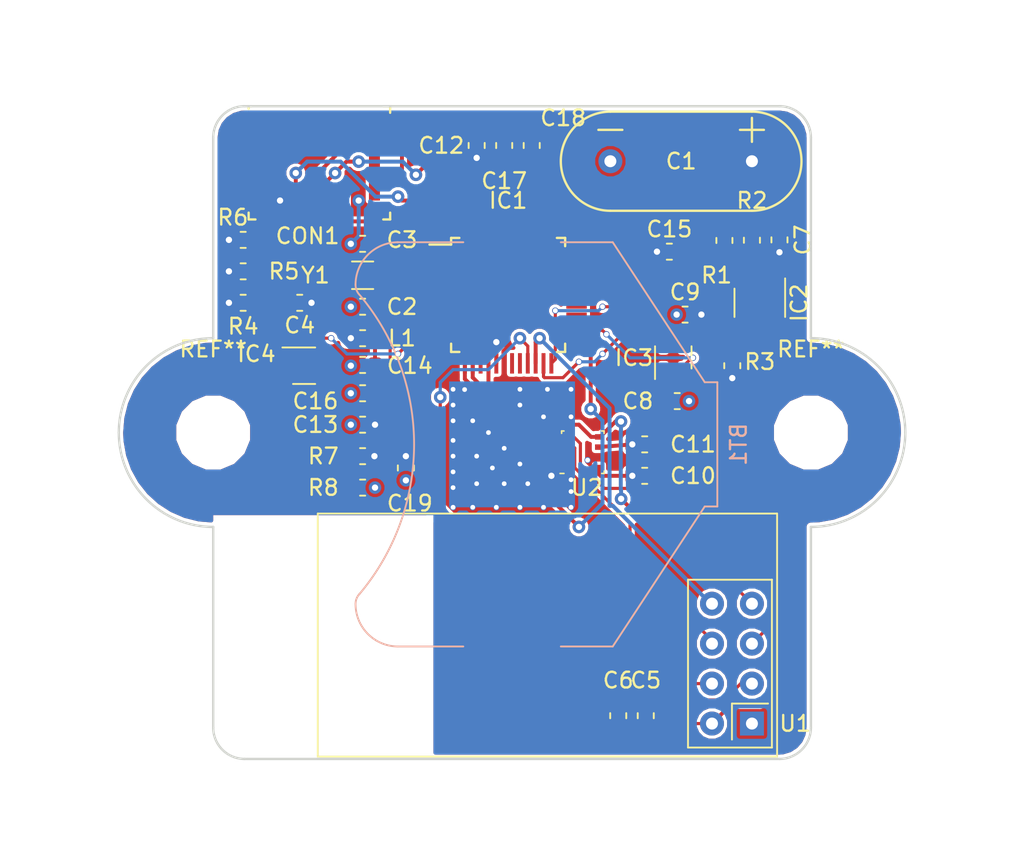
<source format=kicad_pcb>
(kicad_pcb (version 20171130) (host pcbnew "(5.0.0)")
  (layers (0 F.Cu signal) (31 B.Cu signal) (34 B.Paste user) (35 F.Paste user) (36 B.SilkS user) (37 F.SilkS user) (38 B.Mask user) (39 F.Mask user) (44 Edge.Cuts user))
  (net 0 "")
  (net 1 VCC)
  (net 2 GND)
  (net 3 "Net-(C4-Pad2)")
  (net 4 /NRF_VCC)
  (net 5 /VDDANA)
  (net 6 /VDDCORE)
  (net 7 "Net-(C3-Pad1)")
  (net 8 "Net-(C2-Pad1)")
  (net 9 "Net-(IC1-Pad3)")
  (net 10 "Net-(IC1-Pad4)")
  (net 11 "Net-(IC1-Pad7)")
  (net 12 "Net-(IC1-Pad8)")
  (net 13 "Net-(IC1-Pad9)")
  (net 14 "Net-(IC1-Pad10)")
  (net 15 /BME280_SDI)
  (net 16 /BME280_SCK)
  (net 17 /BME280_SDO)
  (net 18 "Net-(IC1-Pad19)")
  (net 19 "Net-(IC1-Pad20)")
  (net 20 /NRF_CE)
  (net 21 /NRF_IRQ)
  (net 22 /SIG_WAKE)
  (net 23 /SIG_DONE)
  (net 24 /BME280_SS)
  (net 25 "Net-(IC1-Pad27)")
  (net 26 "Net-(IC1-Pad28)")
  (net 27 "Net-(IC1-Pad29)")
  (net 28 "Net-(IC1-Pad30)")
  (net 29 "Net-(IC1-Pad31)")
  (net 30 "Net-(IC1-Pad32)")
  (net 31 "Net-(IC1-Pad33)")
  (net 32 "Net-(IC1-Pad34)")
  (net 33 "Net-(IC1-Pad37)")
  (net 34 "Net-(IC1-Pad38)")
  (net 35 "Net-(IC1-Pad39)")
  (net 36 "Net-(IC1-Pad41)")
  (net 37 /SWCLK)
  (net 38 /SWDIO)
  (net 39 "Net-(IC1-Pad48)")
  (net 40 /RESET_BTN)
  (net 41 "Net-(IC2-Pad6)")
  (net 42 /NRF_VCC_EN)
  (net 43 "Net-(IC3-Pad6)")
  (net 44 /NRF_CS)
  (net 45 /MCU_RESET)
  (net 46 /UART_TX)
  (net 47 /VBAT_ADC_EN)
  (net 48 /VBAT_ADC)
  (net 49 "Net-(IC4-Pad4)")
  (net 50 "Net-(IC4-Pad6)")
  (module athir:MountingHole_4.3mm_M4---PASTY (layer F.Cu) (at 55.75 147.5)
    (fp_text reference REF** (at 0 -5.3) (layer F.SilkS))
    (fp_text value MountingHole_4.3mm_M4---PASTY)
    (pad "" np_thru_hole circle (at 0 0) (size 4.3 4.3) (drill 4.3) (layers *.Cu *.Mask F.Paste))
  )
  (module athir:MountingHole_4.3mm_M4---PASTY (layer F.Cu) (at 93.75 147.5)
    (fp_text reference REF** (at 0 -5.3) (layer F.SilkS))
    (fp_text value MountingHole_4.3mm_M4---PASTY)
    (pad "" np_thru_hole circle (at 0 0) (size 4.3 4.3) (drill 4.3) (layers *.Cu *.Mask F.Paste))
  )
  (module Capacitor_SMD:C_0603_1608Metric (layer F.Cu) (at 68 149.75 270)
    (fp_text reference C19 (at 2.25 -0.25) (layer F.SilkS))
    (fp_text value 100nF)
    (pad 2 smd roundrect (at 0.7875 0 270) (size 0.875 0.95) (layers F.Cu F.Paste F.Mask) (net 2 GND))
    (pad 1 smd roundrect (at -0.7875 0 270) (size 0.875 0.95) (layers F.Cu F.Paste F.Mask) (net 1 VCC))
  )
  (module Capacitor_SMD:C_0603_1608Metric (layer F.Cu) (at 61.25 139.25 180)
    (fp_text reference C4 (at 0 -1.43 180) (layer F.SilkS))
    (fp_text value 100nF)
    (pad 1 smd roundrect (at -0.7875 0 180) (size 0.875 0.95) (layers F.Cu F.Paste F.Mask) (net 1 VCC))
    (pad 2 smd roundrect (at 0.7875 0 180) (size 0.875 0.95) (layers F.Cu F.Paste F.Mask) (net 3 "Net-(C4-Pad2)"))
  )
  (module athir:SC-70-6 (layer F.Cu) (at 61.5 143.25)
    (fp_text reference IC4 (at -3 -0.75) (layer F.SilkS))
    (fp_text value SIP32431)
    (pad 1 smd rect (at -0.9 -0.625 270) (size 0.3 1) (layers F.Cu F.Paste F.Mask) (net 48 /VBAT_ADC))
    (pad 2 smd rect (at -0.9 0 270) (size 0.3 1) (layers F.Cu F.Paste F.Mask) (net 3 "Net-(C4-Pad2)"))
    (pad 3 smd rect (at -0.9 0.625 270) (size 0.3 1) (layers F.Cu F.Paste F.Mask) (net 47 /VBAT_ADC_EN))
    (pad 4 smd rect (at 0.9 0.625 270) (size 0.3 1) (layers F.Cu F.Paste F.Mask) (net 49 "Net-(IC4-Pad4)"))
    (pad 5 smd rect (at 0.9 0 270) (size 0.3 1) (layers F.Cu F.Paste F.Mask) (net 2 GND))
    (pad 6 smd rect (at 0.9 -0.625 270) (size 0.3 1) (layers F.Cu F.Paste F.Mask) (net 50 "Net-(IC4-Pad6)"))
  )
  (module Resistor_SMD:R_0603_1608Metric (layer F.Cu) (at 65.25 151 180)
    (fp_text reference R8 (at 2.5 0 180) (layer F.SilkS))
    (fp_text value 1M)
    (pad 2 smd roundrect (at 0.7875 0 180) (size 0.875 0.95) (layers F.Cu F.Paste F.Mask) (net 47 /VBAT_ADC_EN))
    (pad 1 smd roundrect (at -0.7875 0 180) (size 0.875 0.95) (layers F.Cu F.Paste F.Mask) (net 2 GND))
  )
  (module Resistor_SMD:R_0603_1608Metric (layer F.Cu) (at 65.25 149 180)
    (fp_text reference R7 (at 2.5 0 180) (layer F.SilkS))
    (fp_text value 100k)
    (pad 1 smd roundrect (at -0.7875 0 180) (size 0.875 0.95) (layers F.Cu F.Paste F.Mask) (net 1 VCC))
    (pad 2 smd roundrect (at 0.7875 0 180) (size 0.875 0.95) (layers F.Cu F.Paste F.Mask) (net 49 "Net-(IC4-Pad4)"))
  )
  (module Battery:BatteryHolder_Keystone_3008_1x2450 (layer B.Cu) (at 74.75 148.25 90)
    (fp_text reference BT1 (at 0 14.4 90) (layer B.SilkS) (effects (justify mirror)))
    (fp_text value "Coin Cell")
    (pad 1 smd rect (at -15.3 0 90) (size 6 5.5) (layers B.Cu B.Paste B.Mask) (net 1 VCC))
    (pad 1 smd rect (at 15.3 0 90) (size 6 5.5) (layers B.Cu B.Paste B.Mask) (net 1 VCC))
    (pad 2 smd rect (at 0 0 90) (size 8 8) (layers B.Cu B.Mask) (net 2 GND))
  )
  (module FPC_conn:HFW6R_2STE1LF (layer F.Cu) (at 62.5 132.25)
    (fp_text reference CON1 (at -0.75 2.75) (layer F.SilkS))
    (fp_text value FPC_6POS)
    (pad "" smd rect (at 3.5 -1.6) (size 0.7 4.2) (layers F.Cu F.Paste F.Mask))
    (pad 6 smd rect (at 2.5 0.5) (size 0.6 2) (layers F.Cu F.Paste F.Mask) (net 2 GND))
    (pad 5 smd rect (at 1.5 0.5) (size 0.6 2) (layers F.Cu F.Paste F.Mask) (net 46 /UART_TX))
    (pad 4 smd rect (at 0.5 0.5) (size 0.6 2) (layers F.Cu F.Paste F.Mask) (net 45 /MCU_RESET))
    (pad 3 smd rect (at -0.5 0.5) (size 0.6 2) (layers F.Cu F.Paste F.Mask) (net 37 /SWCLK))
    (pad 2 smd rect (at -1.5 0.5) (size 0.6 2) (layers F.Cu F.Paste F.Mask) (net 38 /SWDIO))
    (pad 1 smd rect (at -2.5 0.5) (size 0.6 2) (layers F.Cu F.Paste F.Mask) (net 1 VCC))
    (pad "" smd rect (at -3.5 -1.6) (size 0.7 4.2) (layers F.Cu F.Paste F.Mask))
  )
  (module Capacitor_SMD:C_0603_1608Metric (layer F.Cu) (at 76 129.25 270)
    (fp_text reference C18 (at -1.75 -2) (layer F.SilkS))
    (fp_text value 100nF)
    (pad 1 smd roundrect (at -0.7875 0 270) (size 0.875 0.95) (layers F.Cu F.Paste F.Mask) (net 2 GND))
    (pad 2 smd roundrect (at 0.7875 0 270) (size 0.875 0.95) (layers F.Cu F.Paste F.Mask) (net 45 /MCU_RESET))
  )
  (module Resistor_SMD:R_0603_1608Metric (layer F.Cu) (at 57.655001 139.25)
    (fp_text reference R4 (at 0 1.5) (layer F.SilkS))
    (fp_text value 100k)
    (pad 1 smd roundrect (at -0.7875 0) (size 0.875 0.95) (layers F.Cu F.Paste F.Mask) (net 1 VCC))
    (pad 2 smd roundrect (at 0.7875 0) (size 0.875 0.95) (layers F.Cu F.Paste F.Mask) (net 45 /MCU_RESET))
  )
  (module Resistor_SMD:R_0603_1608Metric (layer F.Cu) (at 57.655001 137.25)
    (fp_text reference R5 (at 2.594999 0) (layer F.SilkS))
    (fp_text value 100k)
    (pad 2 smd roundrect (at 0.7875 0) (size 0.875 0.95) (layers F.Cu F.Paste F.Mask) (net 37 /SWCLK))
    (pad 1 smd roundrect (at -0.7875 0) (size 0.875 0.95) (layers F.Cu F.Paste F.Mask) (net 1 VCC))
  )
  (module Resistor_SMD:R_0603_1608Metric (layer F.Cu) (at 57.655001 135.25)
    (fp_text reference R6 (at -0.655001 -1.43) (layer F.SilkS))
    (fp_text value 100k)
    (pad 1 smd roundrect (at -0.7875 0) (size 0.875 0.95) (layers F.Cu F.Paste F.Mask) (net 1 VCC))
    (pad 2 smd roundrect (at 0.7875 0) (size 0.875 0.95) (layers F.Cu F.Paste F.Mask) (net 38 /SWDIO))
  )
  (module Capacitor_SMD:C_0603_1608Metric (layer F.Cu) (at 65.25 141.5)
    (fp_text reference L1 (at 2.5 0) (layer F.SilkS))
    (fp_text value SMD-FERRITE-CHIP-120-OHM-500MA_0603_)
    (pad 1 smd roundrect (at -0.7875 0) (size 0.875 0.95) (layers F.Cu F.Paste F.Mask) (net 1 VCC))
    (pad 2 smd roundrect (at 0.7875 0) (size 0.875 0.95) (layers F.Cu F.Paste F.Mask) (net 5 /VDDANA))
  )
  (module Capacitor_SMD:C_0603_1608Metric (layer F.Cu) (at 65.25 135.5 180)
    (fp_text reference C3 (at -2.5 0.25 180) (layer F.SilkS))
    (fp_text value 15pF)
    (pad 2 smd roundrect (at 0.7875 0 180) (size 0.875 0.95) (layers F.Cu F.Paste F.Mask) (net 2 GND))
    (pad 1 smd roundrect (at -0.7875 0 180) (size 0.875 0.95) (layers F.Cu F.Paste F.Mask) (net 7 "Net-(C3-Pad1)"))
  )
  (module Capacitor_SMD:C_0603_1608Metric (layer F.Cu) (at 65.25 139.5 180)
    (fp_text reference C2 (at -2.5 0 180) (layer F.SilkS))
    (fp_text value 15pF)
    (pad 1 smd roundrect (at -0.7875 0 180) (size 0.875 0.95) (layers F.Cu F.Paste F.Mask) (net 8 "Net-(C2-Pad1)"))
    (pad 2 smd roundrect (at 0.7875 0 180) (size 0.875 0.95) (layers F.Cu F.Paste F.Mask) (net 2 GND))
  )
  (module Crystal:Crystal_SMD_3215-2Pin_3.2x1.5mm (layer F.Cu) (at 65.25 137.5 180)
    (fp_text reference Y1 (at 3 0 180) (layer F.SilkS))
    (fp_text value Crystal_Small)
    (pad 1 smd rect (at 1.25 0 180) (size 1 1.8) (layers F.Cu F.Paste F.Mask) (net 7 "Net-(C3-Pad1)"))
    (pad 2 smd rect (at -1.25 0 180) (size 1 1.8) (layers F.Cu F.Paste F.Mask) (net 8 "Net-(C2-Pad1)"))
  )
  (module athir:SC-70-6 (layer F.Cu) (at 85 142.75 90)
    (fp_text reference IC3 (at 0 -2.5 180) (layer F.SilkS))
    (fp_text value SIP32431)
    (pad 1 smd rect (at -0.9 -0.625) (size 0.3 1) (layers F.Cu F.Paste F.Mask) (net 4 /NRF_VCC))
    (pad 2 smd rect (at -0.9 0) (size 0.3 1) (layers F.Cu F.Paste F.Mask) (net 2 GND))
    (pad 3 smd rect (at -0.9 0.625) (size 0.3 1) (layers F.Cu F.Paste F.Mask) (net 42 /NRF_VCC_EN))
    (pad 4 smd rect (at 0.9 0.625) (size 0.3 1) (layers F.Cu F.Paste F.Mask) (net 1 VCC))
    (pad 5 smd rect (at 0.9 0) (size 0.3 1) (layers F.Cu F.Paste F.Mask) (net 2 GND))
    (pad 6 smd rect (at 0.9 -0.625) (size 0.3 1) (layers F.Cu F.Paste F.Mask) (net 43 "Net-(IC3-Pad6)"))
  )
  (module athir:SCMQ14C474PRBA0 (layer F.Cu) (at 85.5 130.25)
    (fp_text reference C1 (at 0 0) (layer F.SilkS))
    (fp_text value SuperCap)
    (fp_text user + (at 4.5 -2.15) (layer F.SilkS) (effects (font (size 2 2))))
    (fp_text user - (at -4.5 -2.15) (layer F.SilkS) (effects (font (size 2 2))))
    (pad 1 thru_hole circle (at 4.5 0) (size 1.524 1.524) (drill 0.762) (layers *.Cu *.Mask) (net 1 VCC))
    (pad 2 thru_hole circle (at -4.5 0) (size 1.524 1.524) (drill 0.762) (layers *.Cu *.Mask) (net 2 GND))
  )
  (module Capacitor_SMD:C_0603_1608Metric (layer F.Cu) (at 83.25 165.5 270)
    (fp_text reference C5 (at -2.25 0) (layer F.SilkS))
    (fp_text value 100uF)
    (pad 1 smd roundrect (at -0.7875 0 270) (size 0.875 0.95) (layers F.Cu F.Paste F.Mask) (net 4 /NRF_VCC))
    (pad 2 smd roundrect (at 0.7875 0 270) (size 0.875 0.95) (layers F.Cu F.Paste F.Mask) (net 2 GND))
  )
  (module Capacitor_SMD:C_0603_1608Metric (layer F.Cu) (at 81.5 165.5 270)
    (fp_text reference C6 (at -2.25 0) (layer F.SilkS))
    (fp_text value 100nF)
    (pad 1 smd roundrect (at -0.7875 0 270) (size 0.875 0.95) (layers F.Cu F.Paste F.Mask) (net 4 /NRF_VCC))
    (pad 2 smd roundrect (at 0.7875 0 270) (size 0.875 0.95) (layers F.Cu F.Paste F.Mask) (net 2 GND))
  )
  (module Capacitor_SMD:C_0603_1608Metric (layer F.Cu) (at 91.75 135.25 90)
    (fp_text reference C7 (at 0 1.5 90) (layer F.SilkS))
    (fp_text value 100nF)
    (pad 2 smd roundrect (at 0.7875 0 90) (size 0.875 0.95) (layers F.Cu F.Paste F.Mask) (net 2 GND))
    (pad 1 smd roundrect (at -0.7875 0 90) (size 0.875 0.95) (layers F.Cu F.Paste F.Mask) (net 1 VCC))
  )
  (module Capacitor_SMD:C_0603_1608Metric (layer F.Cu) (at 85.25 145.5)
    (fp_text reference C8 (at -2.5 0) (layer F.SilkS))
    (fp_text value 100nF)
    (pad 2 smd roundrect (at 0.7875 0) (size 0.875 0.95) (layers F.Cu F.Paste F.Mask) (net 2 GND))
    (pad 1 smd roundrect (at -0.7875 0) (size 0.875 0.95) (layers F.Cu F.Paste F.Mask) (net 4 /NRF_VCC))
  )
  (module Capacitor_SMD:C_0603_1608Metric (layer F.Cu) (at 85.75 140)
    (fp_text reference C9 (at 0 -1.43) (layer F.SilkS))
    (fp_text value 100nF)
    (pad 1 smd roundrect (at -0.7875 0) (size 0.875 0.95) (layers F.Cu F.Paste F.Mask) (net 2 GND))
    (pad 2 smd roundrect (at 0.7875 0) (size 0.875 0.95) (layers F.Cu F.Paste F.Mask) (net 1 VCC))
  )
  (module Capacitor_SMD:C_0603_1608Metric (layer F.Cu) (at 83.182144 150.25)
    (fp_text reference C10 (at 3.067856 0) (layer F.SilkS))
    (fp_text value 100nF)
    (pad 1 smd roundrect (at -0.7875 0) (size 0.875 0.95) (layers F.Cu F.Paste F.Mask) (net 1 VCC))
    (pad 2 smd roundrect (at 0.7875 0) (size 0.875 0.95) (layers F.Cu F.Paste F.Mask) (net 2 GND))
  )
  (module Capacitor_SMD:C_0603_1608Metric (layer F.Cu) (at 83.182144 148.25)
    (fp_text reference C11 (at 3.067856 0) (layer F.SilkS))
    (fp_text value 100nF)
    (pad 2 smd roundrect (at 0.7875 0) (size 0.875 0.95) (layers F.Cu F.Paste F.Mask) (net 2 GND))
    (pad 1 smd roundrect (at -0.7875 0) (size 0.875 0.95) (layers F.Cu F.Paste F.Mask) (net 1 VCC))
  )
  (module Capacitor_SMD:C_0603_1608Metric (layer F.Cu) (at 72.5 129.25 90)
    (fp_text reference C12 (at 0 -2.25 180) (layer F.SilkS))
    (fp_text value 10uF)
    (pad 2 smd roundrect (at 0.7875 0 90) (size 0.875 0.95) (layers F.Cu F.Paste F.Mask) (net 2 GND))
    (pad 1 smd roundrect (at -0.7875 0 90) (size 0.875 0.95) (layers F.Cu F.Paste F.Mask) (net 1 VCC))
  )
  (module Capacitor_SMD:C_0603_1608Metric (layer F.Cu) (at 65.25 147 180)
    (fp_text reference C13 (at 3 0 180) (layer F.SilkS))
    (fp_text value 100nF)
    (pad 1 smd roundrect (at -0.7875 0 180) (size 0.875 0.95) (layers F.Cu F.Paste F.Mask) (net 1 VCC))
    (pad 2 smd roundrect (at 0.7875 0 180) (size 0.875 0.95) (layers F.Cu F.Paste F.Mask) (net 2 GND))
  )
  (module Capacitor_SMD:C_0603_1608Metric (layer F.Cu) (at 65.25 143.200921 180)
    (fp_text reference C14 (at -3 -0.049079 180) (layer F.SilkS))
    (fp_text value 10uF)
    (pad 2 smd roundrect (at 0.7875 0 180) (size 0.875 0.95) (layers F.Cu F.Paste F.Mask) (net 2 GND))
    (pad 1 smd roundrect (at -0.7875 0 180) (size 0.875 0.95) (layers F.Cu F.Paste F.Mask) (net 5 /VDDANA))
  )
  (module Capacitor_SMD:C_0603_1608Metric (layer F.Cu) (at 84.75 136)
    (fp_text reference C15 (at 0 -1.43) (layer F.SilkS))
    (fp_text value 100nF)
    (pad 2 smd roundrect (at 0.7875 0) (size 0.875 0.95) (layers F.Cu F.Paste F.Mask) (net 2 GND))
    (pad 1 smd roundrect (at -0.7875 0) (size 0.875 0.95) (layers F.Cu F.Paste F.Mask) (net 1 VCC))
  )
  (module Capacitor_SMD:C_0603_1608Metric (layer F.Cu) (at 65.25 145 180)
    (fp_text reference C16 (at 3 -0.5 180) (layer F.SilkS))
    (fp_text value 100nF)
    (pad 1 smd roundrect (at -0.7875 0 180) (size 0.875 0.95) (layers F.Cu F.Paste F.Mask) (net 5 /VDDANA))
    (pad 2 smd roundrect (at 0.7875 0 180) (size 0.875 0.95) (layers F.Cu F.Paste F.Mask) (net 2 GND))
  )
  (module Capacitor_SMD:C_0603_1608Metric (layer F.Cu) (at 74.25 129.25 90)
    (fp_text reference C17 (at -2.25 0 180) (layer F.SilkS))
    (fp_text value 100nF)
    (pad 1 smd roundrect (at -0.7875 0 90) (size 0.875 0.95) (layers F.Cu F.Paste F.Mask) (net 6 /VDDCORE))
    (pad 2 smd roundrect (at 0.7875 0 90) (size 0.875 0.95) (layers F.Cu F.Paste F.Mask) (net 2 GND))
  )
  (module Package_QFP:TQFP-48_7x7mm_P0.5mm (layer F.Cu) (at 74.5 138.75)
    (fp_text reference IC1 (at 0 -6) (layer F.SilkS))
    (fp_text value ATSAMD21G18A-AU)
    (pad 1 smd rect (at -4.35 -2.75) (size 1.3 0.25) (layers F.Cu F.Paste F.Mask) (net 7 "Net-(C3-Pad1)"))
    (pad 2 smd rect (at -4.35 -2.25) (size 1.3 0.25) (layers F.Cu F.Paste F.Mask) (net 8 "Net-(C2-Pad1)"))
    (pad 3 smd rect (at -4.35 -1.75) (size 1.3 0.25) (layers F.Cu F.Paste F.Mask) (net 9 "Net-(IC1-Pad3)"))
    (pad 4 smd rect (at -4.35 -1.25) (size 1.3 0.25) (layers F.Cu F.Paste F.Mask) (net 10 "Net-(IC1-Pad4)"))
    (pad 5 smd rect (at -4.35 -0.75) (size 1.3 0.25) (layers F.Cu F.Paste F.Mask) (net 2 GND))
    (pad 6 smd rect (at -4.35 -0.25) (size 1.3 0.25) (layers F.Cu F.Paste F.Mask) (net 5 /VDDANA))
    (pad 7 smd rect (at -4.35 0.25) (size 1.3 0.25) (layers F.Cu F.Paste F.Mask) (net 11 "Net-(IC1-Pad7)"))
    (pad 8 smd rect (at -4.35 0.75) (size 1.3 0.25) (layers F.Cu F.Paste F.Mask) (net 12 "Net-(IC1-Pad8)"))
    (pad 9 smd rect (at -4.35 1.25) (size 1.3 0.25) (layers F.Cu F.Paste F.Mask) (net 13 "Net-(IC1-Pad9)"))
    (pad 10 smd rect (at -4.35 1.75) (size 1.3 0.25) (layers F.Cu F.Paste F.Mask) (net 14 "Net-(IC1-Pad10)"))
    (pad 11 smd rect (at -4.35 2.25) (size 1.3 0.25) (layers F.Cu F.Paste F.Mask) (net 47 /VBAT_ADC_EN))
    (pad 12 smd rect (at -4.35 2.75) (size 1.3 0.25) (layers F.Cu F.Paste F.Mask) (net 48 /VBAT_ADC))
    (pad 13 smd rect (at -2.75 4.35 90) (size 1.3 0.25) (layers F.Cu F.Paste F.Mask) (net 15 /BME280_SDI))
    (pad 14 smd rect (at -2.25 4.35 90) (size 1.3 0.25) (layers F.Cu F.Paste F.Mask) (net 16 /BME280_SCK))
    (pad 15 smd rect (at -1.75 4.35 90) (size 1.3 0.25) (layers F.Cu F.Paste F.Mask) (net 20 /NRF_CE))
    (pad 16 smd rect (at -1.25 4.35 90) (size 1.3 0.25) (layers F.Cu F.Paste F.Mask) (net 17 /BME280_SDO))
    (pad 17 smd rect (at -0.75 4.35 90) (size 1.3 0.25) (layers F.Cu F.Paste F.Mask) (net 1 VCC))
    (pad 18 smd rect (at -0.25 4.35 90) (size 1.3 0.25) (layers F.Cu F.Paste F.Mask) (net 2 GND))
    (pad 19 smd rect (at 0.25 4.35 90) (size 1.3 0.25) (layers F.Cu F.Paste F.Mask) (net 18 "Net-(IC1-Pad19)"))
    (pad 20 smd rect (at 0.75 4.35 90) (size 1.3 0.25) (layers F.Cu F.Paste F.Mask) (net 19 "Net-(IC1-Pad20)"))
    (pad 21 smd rect (at 1.25 4.35 90) (size 1.3 0.25) (layers F.Cu F.Paste F.Mask) (net 44 /NRF_CS))
    (pad 22 smd rect (at 1.75 4.35 90) (size 1.3 0.25) (layers F.Cu F.Paste F.Mask) (net 21 /NRF_IRQ))
    (pad 23 smd rect (at 2.25 4.35 90) (size 1.3 0.25) (layers F.Cu F.Paste F.Mask) (net 22 /SIG_WAKE))
    (pad 24 smd rect (at 2.75 4.35 90) (size 1.3 0.25) (layers F.Cu F.Paste F.Mask) (net 23 /SIG_DONE))
    (pad 25 smd rect (at 4.35 2.75) (size 1.3 0.25) (layers F.Cu F.Paste F.Mask) (net 24 /BME280_SS))
    (pad 26 smd rect (at 4.35 2.25) (size 1.3 0.25) (layers F.Cu F.Paste F.Mask) (net 42 /NRF_VCC_EN))
    (pad 27 smd rect (at 4.35 1.75) (size 1.3 0.25) (layers F.Cu F.Paste F.Mask) (net 25 "Net-(IC1-Pad27)"))
    (pad 28 smd rect (at 4.35 1.25) (size 1.3 0.25) (layers F.Cu F.Paste F.Mask) (net 26 "Net-(IC1-Pad28)"))
    (pad 29 smd rect (at 4.35 0.75) (size 1.3 0.25) (layers F.Cu F.Paste F.Mask) (net 27 "Net-(IC1-Pad29)"))
    (pad 30 smd rect (at 4.35 0.25) (size 1.3 0.25) (layers F.Cu F.Paste F.Mask) (net 28 "Net-(IC1-Pad30)"))
    (pad 31 smd rect (at 4.35 -0.25) (size 1.3 0.25) (layers F.Cu F.Paste F.Mask) (net 29 "Net-(IC1-Pad31)"))
    (pad 32 smd rect (at 4.35 -0.75) (size 1.3 0.25) (layers F.Cu F.Paste F.Mask) (net 30 "Net-(IC1-Pad32)"))
    (pad 33 smd rect (at 4.35 -1.25) (size 1.3 0.25) (layers F.Cu F.Paste F.Mask) (net 31 "Net-(IC1-Pad33)"))
    (pad 34 smd rect (at 4.35 -1.75) (size 1.3 0.25) (layers F.Cu F.Paste F.Mask) (net 32 "Net-(IC1-Pad34)"))
    (pad 35 smd rect (at 4.35 -2.25) (size 1.3 0.25) (layers F.Cu F.Paste F.Mask) (net 2 GND))
    (pad 36 smd rect (at 4.35 -2.75) (size 1.3 0.25) (layers F.Cu F.Paste F.Mask) (net 1 VCC))
    (pad 37 smd rect (at 2.75 -4.35 90) (size 1.3 0.25) (layers F.Cu F.Paste F.Mask) (net 33 "Net-(IC1-Pad37)"))
    (pad 38 smd rect (at 2.25 -4.35 90) (size 1.3 0.25) (layers F.Cu F.Paste F.Mask) (net 34 "Net-(IC1-Pad38)"))
    (pad 39 smd rect (at 1.75 -4.35 90) (size 1.3 0.25) (layers F.Cu F.Paste F.Mask) (net 35 "Net-(IC1-Pad39)"))
    (pad 40 smd rect (at 1.25 -4.35 90) (size 1.3 0.25) (layers F.Cu F.Paste F.Mask) (net 45 /MCU_RESET))
    (pad 41 smd rect (at 0.75 -4.35 90) (size 1.3 0.25) (layers F.Cu F.Paste F.Mask) (net 36 "Net-(IC1-Pad41)"))
    (pad 42 smd rect (at 0.25 -4.35 90) (size 1.3 0.25) (layers F.Cu F.Paste F.Mask) (net 2 GND))
    (pad 43 smd rect (at -0.25 -4.35 90) (size 1.3 0.25) (layers F.Cu F.Paste F.Mask) (net 6 /VDDCORE))
    (pad 44 smd rect (at -0.75 -4.35 90) (size 1.3 0.25) (layers F.Cu F.Paste F.Mask) (net 1 VCC))
    (pad 45 smd rect (at -1.25 -4.35 90) (size 1.3 0.25) (layers F.Cu F.Paste F.Mask) (net 37 /SWCLK))
    (pad 46 smd rect (at -1.75 -4.35 90) (size 1.3 0.25) (layers F.Cu F.Paste F.Mask) (net 38 /SWDIO))
    (pad 47 smd rect (at -2.25 -4.35 90) (size 1.3 0.25) (layers F.Cu F.Paste F.Mask) (net 46 /UART_TX))
    (pad 48 smd rect (at -2.75 -4.35 90) (size 1.3 0.25) (layers F.Cu F.Paste F.Mask) (net 39 "Net-(IC1-Pad48)"))
  )
  (module Package_TO_SOT_SMD:SOT-23-6 (layer F.Cu) (at 90.5 139.25 270)
    (fp_text reference IC2 (at 0 -2.5 270) (layer F.SilkS))
    (fp_text value TLP5010)
    (pad 1 smd rect (at -1.1 -0.95 270) (size 1.06 0.65) (layers F.Cu F.Paste F.Mask) (net 1 VCC))
    (pad 2 smd rect (at -1.1 0 270) (size 1.06 0.65) (layers F.Cu F.Paste F.Mask) (net 2 GND))
    (pad 3 smd rect (at -1.1 0.95 270) (size 1.06 0.65) (layers F.Cu F.Paste F.Mask) (net 40 /RESET_BTN))
    (pad 4 smd rect (at 1.1 0.95 270) (size 1.06 0.65) (layers F.Cu F.Paste F.Mask) (net 23 /SIG_DONE))
    (pad 6 smd rect (at 1.1 -0.95 270) (size 1.06 0.65) (layers F.Cu F.Paste F.Mask) (net 41 "Net-(IC2-Pad6)"))
    (pad 5 smd rect (at 1.1 0 270) (size 1.06 0.65) (layers F.Cu F.Paste F.Mask) (net 22 /SIG_WAKE))
  )
  (module Resistor_SMD:R_0603_1608Metric (layer F.Cu) (at 88.25 135.2875 90)
    (fp_text reference R1 (at -2.2125 -0.5 180) (layer F.SilkS))
    (fp_text value 54.9k)
    (pad 1 smd roundrect (at -0.7875 0 90) (size 0.875 0.95) (layers F.Cu F.Paste F.Mask) (net 40 /RESET_BTN))
    (pad 2 smd roundrect (at 0.7875 0 90) (size 0.875 0.95) (layers F.Cu F.Paste F.Mask) (net 2 GND))
  )
  (module Resistor_SMD:R_0603_1608Metric (layer F.Cu) (at 90 135.272857 90)
    (fp_text reference R2 (at 2.522857 0 180) (layer F.SilkS))
    (fp_text value 196k)
    (pad 2 smd roundrect (at 0.7875 0 90) (size 0.875 0.95) (layers F.Cu F.Paste F.Mask) (net 2 GND))
    (pad 1 smd roundrect (at -0.7875 0 90) (size 0.875 0.95) (layers F.Cu F.Paste F.Mask) (net 40 /RESET_BTN))
  )
  (module Resistor_SMD:R_0603_1608Metric (layer F.Cu) (at 88.75 143.25 90)
    (fp_text reference R3 (at 0.25 1.75 180) (layer F.SilkS))
    (fp_text value 100k)
    (pad 1 smd roundrect (at -0.7875 0 90) (size 0.875 0.95) (layers F.Cu F.Paste F.Mask) (net 1 VCC))
    (pad 2 smd roundrect (at 0.7875 0 90) (size 0.875 0.95) (layers F.Cu F.Paste F.Mask) (net 41 "Net-(IC2-Pad6)"))
  )
  (module RF_Module:nRF24L01_Breakout (layer F.Cu) (at 90 166 180)
    (fp_text reference U1 (at -2.75 0 180) (layer F.SilkS))
    (fp_text value NRF24L01_Breakout)
    (pad 1 thru_hole rect (at 0 0 180) (size 1.524 1.524) (drill 0.762) (layers *.Cu *.Mask) (net 2 GND))
    (pad 2 thru_hole circle (at 2.54 0 180) (size 1.524 1.524) (drill 0.762) (layers *.Cu *.Mask) (net 4 /NRF_VCC))
    (pad 3 thru_hole circle (at 0 2.54 180) (size 1.524 1.524) (drill 0.762) (layers *.Cu *.Mask) (net 20 /NRF_CE))
    (pad 4 thru_hole circle (at 2.54 2.54 180) (size 1.524 1.524) (drill 0.762) (layers *.Cu *.Mask) (net 44 /NRF_CS))
    (pad 5 thru_hole circle (at 0 5.08 180) (size 1.524 1.524) (drill 0.762) (layers *.Cu *.Mask) (net 16 /BME280_SCK))
    (pad 6 thru_hole circle (at 2.54 5.08 180) (size 1.524 1.524) (drill 0.762) (layers *.Cu *.Mask) (net 15 /BME280_SDI))
    (pad 7 thru_hole circle (at 0 7.62 180) (size 1.524 1.524) (drill 0.762) (layers *.Cu *.Mask) (net 17 /BME280_SDO))
    (pad 8 thru_hole circle (at 2.54 7.62 180) (size 1.524 1.524) (drill 0.762) (layers *.Cu *.Mask) (net 21 /NRF_IRQ))
  )
  (module Package_LGA:Bosch_LGA-8_2.5x2.5mm_P0.65mm_ClockwisePinNumbering (layer F.Cu) (at 79.25 148.75 90)
    (fp_text reference U2 (at -2.25 0.25 180) (layer F.SilkS))
    (fp_text value BME280)
    (pad 4 smd rect (at 0.975 -1.025 180) (size 0.5 0.35) (layers F.Cu F.Paste F.Mask) (net 16 /BME280_SCK))
    (pad 3 smd rect (at 0.325 -1.025 180) (size 0.5 0.35) (layers F.Cu F.Paste F.Mask) (net 15 /BME280_SDI))
    (pad 2 smd rect (at -0.325 -1.025 180) (size 0.5 0.35) (layers F.Cu F.Paste F.Mask) (net 24 /BME280_SS))
    (pad 1 smd rect (at -0.975 -1.025 180) (size 0.5 0.35) (layers F.Cu F.Paste F.Mask) (net 2 GND))
    (pad 8 smd rect (at -0.975 1.025 180) (size 0.5 0.35) (layers F.Cu F.Paste F.Mask) (net 1 VCC))
    (pad 7 smd rect (at -0.325 1.025 180) (size 0.5 0.35) (layers F.Cu F.Paste F.Mask) (net 2 GND))
    (pad 6 smd rect (at 0.325 1.025 180) (size 0.5 0.35) (layers F.Cu F.Paste F.Mask) (net 1 VCC))
    (pad 5 smd rect (at 0.975 1.025 180) (size 0.5 0.35) (layers F.Cu F.Paste F.Mask) (net 17 /BME280_SDO))
  )
  (gr_arc (start 91.75 166.25) (end 91.75 168.25) (angle -90) (layer Edge.Cuts) (width 0.15))
  (gr_arc (start 57.75 166.25) (end 55.75 166.25) (angle -90) (layer Edge.Cuts) (width 0.15))
  (gr_arc (start 57.75 128.75) (end 57.75 126.75) (angle -90) (layer Edge.Cuts) (width 0.15))
  (gr_arc (start 91.75 128.75) (end 93.75 128.75) (angle -90) (layer Edge.Cuts) (width 0.15))
  (gr_arc (start 55.75 147.5) (end 55.75 141.5) (angle -90) (layer Edge.Cuts) (width 0.15))
  (gr_arc (start 55.75 147.5) (end 49.75 147.5) (angle -90) (layer Edge.Cuts) (width 0.15))
  (gr_arc (start 93.75 147.5) (end 93.75 153.5) (angle -90) (layer Edge.Cuts) (width 0.15))
  (gr_arc (start 93.75 147.5) (end 99.75 147.5) (angle -90) (layer Edge.Cuts) (width 0.15))
  (gr_line (start 93.75 141.5) (end 93.75 128.75) (layer Edge.Cuts) (width 0.15))
  (gr_line (start 93.75 166.25) (end 93.75 153.5) (layer Edge.Cuts) (width 0.15))
  (gr_line (start 55.75 166.25) (end 55.75 153.5) (layer Edge.Cuts) (width 0.15))
  (gr_line (start 57.75 126.75) (end 91.75 126.75) (layer Edge.Cuts) (width 0.15))
  (gr_line (start 55.75 141.5) (end 55.75 128.75) (layer Edge.Cuts) (width 0.15))
  (gr_line (start 91.75 168.25) (end 57.75 168.25) (layer Edge.Cuts) (width 0.15))
  (via (at 68 150.5375) (size 0.8) (drill 0.4) (layers F.Cu B.Cu) (net 2))
  (via (at 62 139.25) (size 0.8) (drill 0.4) (layers F.Cu B.Cu) (net 1))
  (via (at 68 149) (size 0.8) (drill 0.4) (layers F.Cu B.Cu) (net 1))
  (via (at 66 149) (size 0.8) (drill 0.4) (layers F.Cu B.Cu) (net 1))
  (via (at 75.25 145.75) (size 0.4) (drill 0.3) (layers F.Cu B.Cu) (net 2))
  (via (at 76.75 146.5) (size 0.4) (drill 0.3) (layers F.Cu B.Cu) (net 2))
  (via (at 78.5 146.5) (size 0.4) (drill 0.3) (layers F.Cu B.Cu) (net 2))
  (via (at 73.5 149.75) (size 0.4) (drill 0.3) (layers F.Cu B.Cu) (net 2))
  (via (at 72.5 149) (size 0.4) (drill 0.3) (layers F.Cu B.Cu) (net 2))
  (via (at 72.5 150.75) (size 0.4) (drill 0.3) (layers F.Cu B.Cu) (net 2))
  (via (at 74.25 150.75) (size 0.4) (drill 0.3) (layers F.Cu B.Cu) (net 2))
  (via (at 75.75 150.75) (size 0.4) (drill 0.3) (layers F.Cu B.Cu) (net 2))
  (via (at 75.25 149.5) (size 0.4) (drill 0.3) (layers F.Cu B.Cu) (net 2))
  (via (at 74.25 148.5) (size 0.4) (drill 0.3) (layers F.Cu B.Cu) (net 2))
  (via (at 73.25 147.5) (size 0.4) (drill 0.3) (layers F.Cu B.Cu) (net 2))
  (via (at 72.25 146.75) (size 0.4) (drill 0.3) (layers F.Cu B.Cu) (net 2))
  (via (at 71 149) (size 0.4) (drill 0.3) (layers F.Cu B.Cu) (net 2))
  (via (at 71 148) (size 0.4) (drill 0.3) (layers F.Cu B.Cu) (net 2))
  (via (at 71 146.75) (size 0.4) (drill 0.3) (layers F.Cu B.Cu) (net 2))
  (via (at 71 145.75) (size 0.4) (drill 0.3) (layers F.Cu B.Cu) (net 2))
  (via (at 71 144.75) (size 0.4) (drill 0.3) (layers F.Cu B.Cu) (net 2))
  (via (at 75.25 144.75) (size 0.4) (drill 0.3) (layers F.Cu B.Cu) (net 2))
  (via (at 77 144.75) (size 0.4) (drill 0.3) (layers F.Cu B.Cu) (net 2))
  (via (at 78.5 144.75) (size 0.4) (drill 0.3) (layers F.Cu B.Cu) (net 2))
  (via (at 88.75 144.0375) (size 0.8) (drill 0.4) (layers F.Cu B.Cu) (net 1))
  (via (at 77.25 150.25) (size 0.8) (drill 0.4) (layers F.Cu B.Cu) (net 2))
  (via (at 64.5 147) (size 0.8) (drill 0.4) (layers F.Cu B.Cu) (net 2))
  (via (at 86 145.5) (size 0.8) (drill 0.4) (layers F.Cu B.Cu) (net 2))
  (via (at 56.75 139.25) (size 0.8) (drill 0.4) (layers F.Cu B.Cu) (net 1))
  (via (at 56.75 137.25) (size 0.8) (drill 0.4) (layers F.Cu B.Cu) (net 1))
  (via (at 56.75 135.25) (size 0.8) (drill 0.4) (layers F.Cu B.Cu) (net 1))
  (via (at 64.5 145) (size 0.8) (drill 0.4) (layers F.Cu B.Cu) (net 2))
  (via (at 64.5 143.25) (size 0.8) (drill 0.4) (layers F.Cu B.Cu) (net 2))
  (via (at 64.5 139.5) (size 0.8) (drill 0.4) (layers F.Cu B.Cu) (net 2))
  (via (at 64.5 135.5) (size 0.8) (drill 0.4) (layers F.Cu B.Cu) (net 2))
  (via (at 60 132.75) (size 0.8) (drill 0.4) (layers F.Cu B.Cu) (net 1))
  (via (at 65 132.75) (size 0.8) (drill 0.4) (layers F.Cu B.Cu) (net 2))
  (via (at 64.5 141.5) (size 0.8) (drill 0.4) (layers F.Cu B.Cu) (net 1))
  (segment (start 73.75 131.2875) (end 72.5 130.0375) (width 0.25) (layer F.Cu) (net 1))
  (segment (start 73.75 134.4) (end 73.75 131.2875) (width 0.25) (layer F.Cu) (net 1))
  (segment (start 83.7125 136) (end 83.9625 136.25) (width 0.25) (layer F.Cu) (net 1))
  (segment (start 83.9625 136.25) (end 83.7125 136) (width 0.25) (layer F.Cu) (net 1))
  (via (at 83.9625 136) (size 0.8) (drill 0.4) (layers F.Cu B.Cu) (net 1))
  (segment (start 72.5 130.0375) (end 72.5 130.0375) (width 0.25) (layer F.Cu) (net 1))
  (via (at 72.5 130.0375) (size 0.8) (drill 0.4) (layers F.Cu B.Cu) (net 1))
  (segment (start 84 136) (end 78.85 136) (width 0.25) (layer F.Cu) (net 1))
  (segment (start 85.625 141.1625) (end 86.7875 140) (width 0.25) (layer F.Cu) (net 1))
  (segment (start 85.625 141.85) (end 85.625 141.1625) (width 0.25) (layer F.Cu) (net 1))
  (segment (start 82.219644 148.425) (end 82.394644 148.25) (width 0.25) (layer F.Cu) (net 1))
  (segment (start 82.394644 148.25) (end 82.219644 148.425) (width 0.25) (layer F.Cu) (net 1))
  (segment (start 80.275 150.15) (end 80.275 149.725) (width 0.25) (layer F.Cu) (net 1))
  (segment (start 80.375 150.25) (end 80.275 150.15) (width 0.25) (layer F.Cu) (net 1))
  (segment (start 82.394644 150.25) (end 82.394644 150.25) (width 0.25) (layer F.Cu) (net 1))
  (segment (start 82.394644 148.25) (end 80.275 148.425) (width 0.25) (layer F.Cu) (net 1))
  (via (at 82.394644 148.25) (size 0.8) (drill 0.4) (layers F.Cu B.Cu) (net 1))
  (segment (start 82.394644 150.25) (end 80.375 150.25) (width 0.25) (layer F.Cu) (net 1))
  (via (at 82.394644 150.25) (size 0.8) (drill 0.4) (layers F.Cu B.Cu) (net 1))
  (via (at 66.0375 147) (size 0.8) (drill 0.4) (layers F.Cu B.Cu) (net 1))
  (segment (start 86.7875 140) (end 86.7875 140) (width 0.25) (layer F.Cu) (net 1))
  (via (at 86.7875 140) (size 0.8) (drill 0.4) (layers F.Cu B.Cu) (net 1))
  (segment (start 91.75 136.0375) (end 91.75 136.0375) (width 0.2) (layer F.Cu) (net 1))
  (via (at 91.75 136.0375) (size 0.8) (drill 0.4) (layers F.Cu B.Cu) (net 1))
  (segment (start 73.75 143.1) (end 73.75 141.75) (width 0.25) (layer F.Cu) (net 1))
  (segment (start 71.2875 141.75) (end 66.0375 147) (width 0.25) (layer B.Cu) (net 1))
  (segment (start 73.75 141.75) (end 71.2875 141.75) (width 0.25) (layer B.Cu) (net 1))
  (via (at 73.75 141.75) (size 0.8) (drill 0.4) (layers F.Cu B.Cu) (net 1))
  (segment (start 91.75 137.85) (end 91.45 138.15) (width 0.2) (layer F.Cu) (net 1))
  (segment (start 91.75 136.0375) (end 91.75 137.85) (width 0.2) (layer F.Cu) (net 1))
  (segment (start 65 135) (end 64.5 135.5) (width 0.25) (layer B.Cu) (net 2))
  (segment (start 65 132.75) (end 65 135) (width 0.25) (layer B.Cu) (net 2))
  (segment (start 85 141.85) (end 85 143.65) (width 0.25) (layer F.Cu) (net 2))
  (segment (start 85 140.2125) (end 85.2125 140) (width 0.25) (layer F.Cu) (net 2))
  (segment (start 85 141.85) (end 85 140.2125) (width 0.25) (layer F.Cu) (net 2))
  (segment (start 85.2125 140) (end 85.2125 140) (width 0.25) (layer F.Cu) (net 2))
  (via (at 85.2125 140) (size 0.8) (drill 0.4) (layers F.Cu B.Cu) (net 2))
  (segment (start 83.144644 149.075) (end 83.969644 148.25) (width 0.25) (layer F.Cu) (net 2))
  (segment (start 82.794644 149.075) (end 82.5 149.075) (width 0.25) (layer F.Cu) (net 2))
  (segment (start 83.969644 150.25) (end 82.794644 149.075) (width 0.25) (layer F.Cu) (net 2))
  (segment (start 80.275 149.075) (end 82.5 149.075) (width 0.25) (layer F.Cu) (net 2))
  (segment (start 82.5 149.075) (end 83.144644 149.075) (width 0.25) (layer F.Cu) (net 2))
  (segment (start 77.775 149.725) (end 77.25 150.25) (width 0.2) (layer F.Cu) (net 2))
  (segment (start 78.225 149.725) (end 77.775 149.725) (width 0.2) (layer F.Cu) (net 2))
  (via (at 79.555026 149.25) (size 0.4) (drill 0.3) (layers F.Cu B.Cu) (net 2))
  (segment (start 80.275 149.075) (end 79.730026 149.075) (width 0.2) (layer F.Cu) (net 2))
  (segment (start 79.730026 149.075) (end 79.555026 149.25) (width 0.2) (layer F.Cu) (net 2))
  (segment (start 75.05 144.75) (end 75.25 144.75) (width 0.2) (layer F.Cu) (net 2))
  (segment (start 74.25 143.95) (end 75.05 144.75) (width 0.2) (layer F.Cu) (net 2))
  (segment (start 74.25 143.1) (end 74.25 143.95) (width 0.2) (layer F.Cu) (net 2))
  (via (at 71.733839 144.766161) (size 0.4) (drill 0.3) (layers F.Cu B.Cu) (net 2))
  (via (at 78.5 150.5) (size 0.4) (drill 0.3) (layers F.Cu B.Cu) (net 2))
  (via (at 78.5 151.25) (size 0.4) (drill 0.3) (layers F.Cu B.Cu) (net 2))
  (via (at 78.5 152.25) (size 0.4) (drill 0.3) (layers F.Cu B.Cu) (net 2))
  (via (at 76.75 152.25) (size 0.4) (drill 0.3) (layers F.Cu B.Cu) (net 2))
  (via (at 72.25 152.25) (size 0.4) (drill 0.3) (layers F.Cu B.Cu) (net 2))
  (via (at 73.75 152.25) (size 0.4) (drill 0.3) (layers F.Cu B.Cu) (net 2))
  (via (at 71 152.25) (size 0.4) (drill 0.3) (layers F.Cu B.Cu) (net 2))
  (via (at 75.25 152.25) (size 0.4) (drill 0.3) (layers F.Cu B.Cu) (net 2))
  (via (at 71 151) (size 0.4) (drill 0.3) (layers F.Cu B.Cu) (net 2))
  (via (at 71 150) (size 0.4) (drill 0.3) (layers F.Cu B.Cu) (net 2))
  (segment (start 90.5 137.42) (end 90.5 138.15) (width 0.2) (layer F.Cu) (net 2))
  (segment (start 90.73501 137.18499) (end 90.5 137.42) (width 0.2) (layer F.Cu) (net 2))
  (segment (start 90.73501 135.220367) (end 90.73501 137.18499) (width 0.2) (layer F.Cu) (net 2))
  (segment (start 90 134.485357) (end 90.73501 135.220367) (width 0.2) (layer F.Cu) (net 2))
  (via (at 66.0375 151) (size 0.8) (drill 0.4) (layers F.Cu B.Cu) (net 2))
  (segment (start 59.9 143.25) (end 60.6 143.25) (width 0.2) (layer F.Cu) (net 3))
  (segment (start 59.839999 143.189999) (end 59.9 143.25) (width 0.2) (layer F.Cu) (net 3))
  (segment (start 59.839999 140.412499) (end 59.839999 143.189999) (width 0.2) (layer F.Cu) (net 3))
  (segment (start 60.507499 139.744999) (end 59.839999 140.412499) (width 0.2) (layer F.Cu) (net 3))
  (segment (start 60.507499 139.294999) (end 60.4625 139.25) (width 0.2) (layer F.Cu) (net 3))
  (segment (start 60.507499 139.744999) (end 60.507499 139.294999) (width 0.2) (layer F.Cu) (net 3))
  (segment (start 83.25 164.7125) (end 81.5 164.7125) (width 0.25) (layer F.Cu) (net 4))
  (segment (start 84.375 145.4125) (end 84.4625 145.5) (width 0.25) (layer F.Cu) (net 4))
  (segment (start 84.375 143.65) (end 84.375 145.4125) (width 0.25) (layer F.Cu) (net 4))
  (segment (start 84.924112 145.961612) (end 84.4625 145.5) (width 0.25) (layer F.Cu) (net 4))
  (segment (start 91.5 152.5375) (end 84.924112 145.961612) (width 0.25) (layer F.Cu) (net 4))
  (segment (start 91.5 163.75) (end 91.5 152.5375) (width 0.25) (layer F.Cu) (net 4))
  (segment (start 90.5 164.75) (end 91.5 163.75) (width 0.25) (layer F.Cu) (net 4))
  (segment (start 87.46 166) (end 88.71 164.75) (width 0.25) (layer F.Cu) (net 4))
  (segment (start 88.71 164.75) (end 90.5 164.75) (width 0.25) (layer F.Cu) (net 4))
  (segment (start 84.5375 166) (end 83.25 164.7125) (width 0.2) (layer F.Cu) (net 4))
  (segment (start 87.46 166) (end 84.5375 166) (width 0.2) (layer F.Cu) (net 4))
  (segment (start 66.0375 143.200921) (end 66.0375 141.5) (width 0.25) (layer F.Cu) (net 5))
  (segment (start 66.0375 145) (end 66.0375 143.200921) (width 0.25) (layer F.Cu) (net 5))
  (segment (start 69.0375 138.5) (end 70.15 138.5) (width 0.25) (layer F.Cu) (net 5))
  (segment (start 66.0375 141.5) (end 69.0375 138.5) (width 0.25) (layer F.Cu) (net 5))
  (segment (start 74.25 134.4) (end 74.25 130.0375) (width 0.25) (layer F.Cu) (net 6))
  (segment (start 65.725001 136.274999) (end 65 137) (width 0.25) (layer F.Cu) (net 7))
  (segment (start 64.75 137.5) (end 64 137.5) (width 0.25) (layer F.Cu) (net 7))
  (segment (start 65 137.25) (end 64.75 137.5) (width 0.25) (layer F.Cu) (net 7))
  (segment (start 65 137) (end 65 137.25) (width 0.25) (layer F.Cu) (net 7))
  (segment (start 65.575888 136.125886) (end 65.725001 136.274999) (width 0.25) (layer F.Cu) (net 7))
  (segment (start 65.575888 135.961612) (end 65.575888 136.125886) (width 0.25) (layer F.Cu) (net 7))
  (segment (start 66.0375 135.5) (end 65.575888 135.961612) (width 0.25) (layer F.Cu) (net 7))
  (segment (start 70.15 136) (end 69.625 136) (width 0.25) (layer F.Cu) (net 7))
  (segment (start 66.5375 136) (end 66.0375 135.5) (width 0.25) (layer F.Cu) (net 7))
  (segment (start 70.15 136) (end 66.5375 136) (width 0.25) (layer F.Cu) (net 7))
  (segment (start 69.25 136.5) (end 70.15 136.5) (width 0.25) (layer F.Cu) (net 8))
  (segment (start 66.0375 137.9625) (end 66.5 137.5) (width 0.25) (layer F.Cu) (net 8))
  (segment (start 66.0375 139.5) (end 66.0375 137.9625) (width 0.25) (layer F.Cu) (net 8))
  (segment (start 66.5 137.5) (end 67.5 137.5) (width 0.25) (layer F.Cu) (net 8))
  (segment (start 68.5 136.5) (end 70.15 136.5) (width 0.25) (layer F.Cu) (net 8))
  (segment (start 67.5 137.5) (end 68.5 136.5) (width 0.25) (layer F.Cu) (net 8))
  (segment (start 71.75 144.096413) (end 72.429978 144.776391) (width 0.25) (layer F.Cu) (net 15))
  (segment (start 71.75 143.1) (end 71.75 144.096413) (width 0.25) (layer F.Cu) (net 15))
  (segment (start 72.429978 145.339664) (end 75.515314 148.425) (width 0.25) (layer F.Cu) (net 15))
  (segment (start 72.429978 144.776391) (end 72.429978 145.339664) (width 0.25) (layer F.Cu) (net 15))
  (segment (start 75.515314 148.425) (end 77.725 148.425) (width 0.25) (layer F.Cu) (net 15))
  (segment (start 77.725 148.425) (end 78.225 148.425) (width 0.25) (layer F.Cu) (net 15))
  (segment (start 87.5 160.75) (end 87.5 161) (width 0.2) (layer F.Cu) (net 15))
  (segment (start 78.675 148.425) (end 78.735001 148.485001) (width 0.2) (layer F.Cu) (net 15))
  (segment (start 78.225 148.425) (end 78.675 148.425) (width 0.2) (layer F.Cu) (net 15))
  (segment (start 78.735001 148.485001) (end 78.735001 149.735001) (width 0.2) (layer F.Cu) (net 15))
  (segment (start 78.735001 149.735001) (end 82.25 153.25) (width 0.2) (layer F.Cu) (net 15))
  (segment (start 82.25 153.25) (end 82.25 155.5) (width 0.2) (layer F.Cu) (net 15))
  (segment (start 82.25 155.5) (end 87.5 160.75) (width 0.2) (layer F.Cu) (net 15))
  (segment (start 72.839989 144.589989) (end 72.25 144) (width 0.25) (layer F.Cu) (net 16))
  (segment (start 72.25 144) (end 72.25 143.1) (width 0.25) (layer F.Cu) (net 16))
  (segment (start 72.839989 145.169832) (end 72.839989 144.589989) (width 0.25) (layer F.Cu) (net 16))
  (segment (start 75.445157 147.775) (end 72.839989 145.169832) (width 0.25) (layer F.Cu) (net 16))
  (segment (start 78.225 147.775) (end 75.445157 147.775) (width 0.25) (layer F.Cu) (net 16))
  (segment (start 79.095012 148.195012) (end 79.095012 149.525816) (width 0.2) (layer F.Cu) (net 16))
  (segment (start 91.114989 159.805011) (end 90.761999 160.158001) (width 0.2) (layer F.Cu) (net 16))
  (segment (start 79.095012 149.525816) (end 80.619206 151.05001) (width 0.2) (layer F.Cu) (net 16))
  (segment (start 80.619206 151.05001) (end 82.248355 151.05001) (width 0.2) (layer F.Cu) (net 16))
  (segment (start 89.639989 156.389989) (end 91.114989 157.864989) (width 0.2) (layer F.Cu) (net 16))
  (segment (start 90.761999 160.158001) (end 90 160.92) (width 0.2) (layer F.Cu) (net 16))
  (segment (start 91.114989 157.864989) (end 91.114989 159.805011) (width 0.2) (layer F.Cu) (net 16))
  (segment (start 78.675 147.775) (end 79.095012 148.195012) (width 0.2) (layer F.Cu) (net 16))
  (segment (start 87.588334 156.389989) (end 89.639989 156.389989) (width 0.2) (layer F.Cu) (net 16))
  (segment (start 78.225 147.775) (end 78.675 147.775) (width 0.2) (layer F.Cu) (net 16))
  (segment (start 82.248355 151.05001) (end 87.588334 156.389989) (width 0.2) (layer F.Cu) (net 16))
  (segment (start 80.275 147.775) (end 80.35 147.775) (width 0.25) (layer F.Cu) (net 17))
  (via (at 81.675021 146.796315) (size 0.8) (drill 0.4) (layers F.Cu B.Cu) (net 17))
  (segment (start 81.328685 146.796315) (end 81.675021 146.796315) (width 0.25) (layer F.Cu) (net 17))
  (segment (start 80.35 147.775) (end 81.328685 146.796315) (width 0.25) (layer F.Cu) (net 17))
  (segment (start 79.775 147.775) (end 80.275 147.775) (width 0.25) (layer F.Cu) (net 17))
  (segment (start 73.25 145) (end 75.25 147) (width 0.25) (layer F.Cu) (net 17))
  (segment (start 73.25 143.1) (end 73.25 145) (width 0.25) (layer F.Cu) (net 17))
  (segment (start 75.25 147) (end 79 147) (width 0.25) (layer F.Cu) (net 17))
  (segment (start 79 147) (end 79.775 147.775) (width 0.25) (layer F.Cu) (net 17))
  (via (at 81.68263 151.713879) (size 0.8) (drill 0.4) (layers F.Cu B.Cu) (net 17))
  (segment (start 81.661907 151.127471) (end 81.68263 151.148194) (width 0.25) (layer B.Cu) (net 17))
  (segment (start 81.661907 147.375114) (end 81.661907 151.127471) (width 0.25) (layer B.Cu) (net 17))
  (segment (start 81.68263 151.148194) (end 81.68263 151.713879) (width 0.25) (layer B.Cu) (net 17))
  (segment (start 81.675021 147.362) (end 81.661907 147.375114) (width 0.25) (layer B.Cu) (net 17))
  (segment (start 81.675021 146.796315) (end 81.675021 147.362) (width 0.25) (layer B.Cu) (net 17))
  (segment (start 82.082629 152.113878) (end 81.68263 151.713879) (width 0.25) (layer F.Cu) (net 17))
  (segment (start 87 156.75) (end 86.718751 156.75) (width 0.25) (layer F.Cu) (net 17))
  (segment (start 86.718751 156.75) (end 82.082629 152.113878) (width 0.25) (layer F.Cu) (net 17))
  (segment (start 88.37 156.75) (end 90 158.38) (width 0.2) (layer F.Cu) (net 17))
  (segment (start 87 156.75) (end 88.37 156.75) (width 0.2) (layer F.Cu) (net 17))
  (segment (start 88.25 164.5) (end 89.29 163.46) (width 0.2) (layer F.Cu) (net 20))
  (segment (start 86.25 164.5) (end 88.25 164.5) (width 0.2) (layer F.Cu) (net 20))
  (segment (start 75.5 153.75) (end 86.25 164.5) (width 0.2) (layer F.Cu) (net 20))
  (segment (start 89.29 163.46) (end 90 163.46) (width 0.2) (layer F.Cu) (net 20))
  (segment (start 72.75 142.25) (end 72.624999 142.124999) (width 0.2) (layer F.Cu) (net 20))
  (segment (start 72.75 143.1) (end 72.75 142.25) (width 0.2) (layer F.Cu) (net 20))
  (segment (start 71.364999 142.124999) (end 69.5 143.989998) (width 0.2) (layer F.Cu) (net 20))
  (segment (start 72.624999 142.124999) (end 71.364999 142.124999) (width 0.2) (layer F.Cu) (net 20))
  (segment (start 69.5 143.989998) (end 69.5 152.25) (width 0.2) (layer F.Cu) (net 20))
  (segment (start 71 153.75) (end 75.5 153.75) (width 0.2) (layer F.Cu) (net 20))
  (segment (start 69.5 152.25) (end 71 153.75) (width 0.2) (layer F.Cu) (net 20))
  (via (at 76.5 141.5) (size 0.8) (drill 0.4) (layers F.Cu B.Cu) (net 21))
  (segment (start 76.25 141.75) (end 76.5 141.5) (width 0.25) (layer F.Cu) (net 21))
  (segment (start 76.25 143.1) (end 76.25 141.75) (width 0.25) (layer F.Cu) (net 21))
  (segment (start 81.157674 152.157674) (end 87.5 158.5) (width 0.25) (layer B.Cu) (net 21))
  (segment (start 80.96 152.157674) (end 81.157674 152.157674) (width 0.25) (layer B.Cu) (net 21))
  (segment (start 76.5 141.5) (end 80.950011 145.950011) (width 0.25) (layer B.Cu) (net 21))
  (segment (start 80.950011 145.950011) (end 80.950011 152.147685) (width 0.25) (layer B.Cu) (net 21))
  (segment (start 80.950011 152.147685) (end 80.96 152.157674) (width 0.25) (layer B.Cu) (net 21))
  (via (at 80.5 142.5) (size 0.4) (drill 0.3) (layers F.Cu B.Cu) (net 22))
  (segment (start 76.75 143.1) (end 76.75 143.95) (width 0.2) (layer F.Cu) (net 22))
  (via (at 79 143) (size 0.4) (drill 0.3) (layers F.Cu B.Cu) (net 22))
  (segment (start 76.75 143.95) (end 76.810001 144.010001) (width 0.2) (layer F.Cu) (net 22))
  (segment (start 80 143) (end 80.5 142.5) (width 0.2) (layer B.Cu) (net 22))
  (segment (start 76.810001 144.010001) (end 77.989999 144.010001) (width 0.2) (layer F.Cu) (net 22))
  (segment (start 77.989999 144.010001) (end 79 143) (width 0.2) (layer F.Cu) (net 22))
  (segment (start 79 143) (end 80 143) (width 0.2) (layer B.Cu) (net 22))
  (segment (start 84.25 138.75) (end 80.5 142.5) (width 0.2) (layer F.Cu) (net 22))
  (segment (start 86.5 138.75) (end 84.25 138.75) (width 0.2) (layer F.Cu) (net 22))
  (segment (start 89 141.25) (end 86.5 138.75) (width 0.2) (layer F.Cu) (net 22))
  (segment (start 90.33 141.25) (end 89 141.25) (width 0.2) (layer F.Cu) (net 22))
  (segment (start 90.5 140.35) (end 90.5 141.08) (width 0.2) (layer F.Cu) (net 22))
  (segment (start 90.5 141.08) (end 90.33 141.25) (width 0.2) (layer F.Cu) (net 22))
  (via (at 77.5 139.75) (size 0.4) (drill 0.3) (layers F.Cu B.Cu) (net 23))
  (segment (start 77.5 142.85) (end 77.25 143.1) (width 0.2) (layer F.Cu) (net 23))
  (segment (start 77.5 139.75) (end 77.5 142.85) (width 0.2) (layer F.Cu) (net 23))
  (segment (start 80.300001 139.699999) (end 80.5 139.5) (width 0.2) (layer B.Cu) (net 23))
  (segment (start 80.25 139.75) (end 80.300001 139.699999) (width 0.2) (layer B.Cu) (net 23))
  (segment (start 77.5 139.75) (end 80.25 139.75) (width 0.2) (layer B.Cu) (net 23))
  (via (at 80.5 139.5) (size 0.4) (drill 0.3) (layers F.Cu B.Cu) (net 23))
  (segment (start 82.25 139.5) (end 80.5 139.5) (width 0.2) (layer F.Cu) (net 23))
  (segment (start 83.5 138.25) (end 82.25 139.5) (width 0.2) (layer F.Cu) (net 23))
  (segment (start 89.55 140.35) (end 89.35 140.35) (width 0.2) (layer F.Cu) (net 23))
  (segment (start 89.35 140.35) (end 87.75 138.75) (width 0.2) (layer F.Cu) (net 23))
  (segment (start 87.13999 138.38999) (end 87 138.25) (width 0.2) (layer F.Cu) (net 23))
  (segment (start 87.149121 138.38999) (end 87.13999 138.38999) (width 0.2) (layer F.Cu) (net 23))
  (segment (start 87.509131 138.75) (end 87.149121 138.38999) (width 0.2) (layer F.Cu) (net 23))
  (segment (start 87.75 138.75) (end 87.509131 138.75) (width 0.2) (layer F.Cu) (net 23))
  (segment (start 87 138.25) (end 83.5 138.25) (width 0.2) (layer F.Cu) (net 23))
  (segment (start 78.225 149.075) (end 76.925 149.075) (width 0.25) (layer F.Cu) (net 24))
  (segment (start 76.925 149.075) (end 76.5 149.5) (width 0.25) (layer F.Cu) (net 24))
  (via (at 79 153.5) (size 0.8) (drill 0.4) (layers F.Cu B.Cu) (net 24))
  (segment (start 76.5 149.5) (end 76.5 151) (width 0.25) (layer F.Cu) (net 24))
  (segment (start 76.5 151) (end 79 153.5) (width 0.25) (layer F.Cu) (net 24))
  (via (at 79.75 146) (size 0.8) (drill 0.4) (layers F.Cu B.Cu) (net 24))
  (segment (start 80.5 146.75) (end 79.75 146) (width 0.25) (layer B.Cu) (net 24))
  (segment (start 80.5 152) (end 80.5 146.75) (width 0.25) (layer B.Cu) (net 24))
  (segment (start 79 153.5) (end 80.5 152) (width 0.25) (layer B.Cu) (net 24))
  (segment (start 79.375 141.5) (end 78.85 141.5) (width 0.25) (layer F.Cu) (net 24))
  (segment (start 79.75 146) (end 79.75 141.875) (width 0.25) (layer F.Cu) (net 24))
  (segment (start 79.75 141.875) (end 79.375 141.5) (width 0.25) (layer F.Cu) (net 24))
  (segment (start 67.75 128.75) (end 67.75 131.25) (width 0.25) (layer F.Cu) (net 37))
  (segment (start 67.75 131.25) (end 68.5 132) (width 0.25) (layer F.Cu) (net 37))
  (segment (start 68.5 132) (end 71.886411 132) (width 0.25) (layer F.Cu) (net 37))
  (segment (start 71.886411 132) (end 73.25 133.363589) (width 0.25) (layer F.Cu) (net 37))
  (segment (start 73.25 133.5) (end 73.25 134.4) (width 0.25) (layer F.Cu) (net 37))
  (segment (start 73.25 133.363589) (end 73.25 133.5) (width 0.25) (layer F.Cu) (net 37))
  (segment (start 65.426998 128) (end 67 128) (width 0.25) (layer F.Cu) (net 37))
  (segment (start 62 131.426998) (end 65.426998 128) (width 0.25) (layer F.Cu) (net 37))
  (segment (start 62 132.75) (end 62 131.426998) (width 0.25) (layer F.Cu) (net 37))
  (segment (start 67 128) (end 67.75 128.75) (width 0.25) (layer F.Cu) (net 37))
  (segment (start 61.1075 134.010001) (end 58.442501 136.675) (width 0.2) (layer F.Cu) (net 37))
  (segment (start 58.442501 136.675) (end 58.442501 137.25) (width 0.2) (layer F.Cu) (net 37))
  (segment (start 61.439999 134.010001) (end 61.1075 134.010001) (width 0.2) (layer F.Cu) (net 37))
  (segment (start 62 133.45) (end 61.439999 134.010001) (width 0.2) (layer F.Cu) (net 37))
  (segment (start 62 132.75) (end 62 133.45) (width 0.2) (layer F.Cu) (net 37))
  (segment (start 72.75 133.5) (end 72 132.75) (width 0.25) (layer F.Cu) (net 38))
  (segment (start 72.75 134.4) (end 72.75 133.5) (width 0.25) (layer F.Cu) (net 38))
  (via (at 67.5 132.5) (size 0.8) (drill 0.4) (layers F.Cu B.Cu) (net 38))
  (segment (start 72 132.75) (end 67.75 132.75) (width 0.25) (layer F.Cu) (net 38))
  (segment (start 67.75 132.75) (end 67.5 132.5) (width 0.25) (layer F.Cu) (net 38))
  (via (at 61 131) (size 0.8) (drill 0.4) (layers F.Cu B.Cu) (net 38))
  (segment (start 61 131) (end 61 132.75) (width 0.25) (layer F.Cu) (net 38))
  (segment (start 61.725002 130.274998) (end 61.399999 130.600001) (width 0.25) (layer B.Cu) (net 38))
  (segment (start 63.848002 130.274998) (end 61.725002 130.274998) (width 0.25) (layer B.Cu) (net 38))
  (segment (start 61.399999 130.600001) (end 61 131) (width 0.25) (layer B.Cu) (net 38))
  (segment (start 66.073004 132.5) (end 63.848002 130.274998) (width 0.25) (layer B.Cu) (net 38))
  (segment (start 67.5 132.5) (end 66.073004 132.5) (width 0.25) (layer B.Cu) (net 38))
  (segment (start 61 133.45) (end 61 132.75) (width 0.2) (layer F.Cu) (net 38))
  (segment (start 59.2 135.25) (end 61 133.45) (width 0.2) (layer F.Cu) (net 38))
  (segment (start 58.442501 135.25) (end 59.2 135.25) (width 0.2) (layer F.Cu) (net 38))
  (segment (start 89.55 136.510357) (end 90 136.060357) (width 0.2) (layer F.Cu) (net 40))
  (segment (start 89.114643 136.075) (end 88.25 136.075) (width 0.2) (layer F.Cu) (net 40))
  (segment (start 89.55 136.510357) (end 89.114643 136.075) (width 0.2) (layer F.Cu) (net 40))
  (segment (start 89.55 136.510357) (end 89.55 138.15) (width 0.2) (layer F.Cu) (net 40))
  (segment (start 89.325 142.4625) (end 88.75 142.4625) (width 0.2) (layer F.Cu) (net 41))
  (segment (start 90.0675 142.4625) (end 89.325 142.4625) (width 0.2) (layer F.Cu) (net 41))
  (segment (start 91.45 141.08) (end 90.0675 142.4625) (width 0.2) (layer F.Cu) (net 41))
  (segment (start 91.45 140.35) (end 91.45 141.08) (width 0.2) (layer F.Cu) (net 41))
  (via (at 80.75 141.25) (size 0.4) (drill 0.3) (layers F.Cu B.Cu) (net 42))
  (segment (start 80.5 141) (end 78.85 141) (width 0.2) (layer F.Cu) (net 42))
  (segment (start 80.75 141.25) (end 80.5 141) (width 0.2) (layer F.Cu) (net 42))
  (segment (start 82.25 142.75) (end 85.967158 142.75) (width 0.2) (layer B.Cu) (net 42))
  (segment (start 85.967158 142.75) (end 86.25 142.75) (width 0.2) (layer B.Cu) (net 42))
  (segment (start 86.175 142.75) (end 86.25 142.75) (width 0.2) (layer F.Cu) (net 42))
  (segment (start 85.625 143.3) (end 86.175 142.75) (width 0.2) (layer F.Cu) (net 42))
  (segment (start 85.625 143.65) (end 85.625 143.3) (width 0.2) (layer F.Cu) (net 42))
  (via (at 86.25 142.75) (size 0.4) (drill 0.3) (layers F.Cu B.Cu) (net 42))
  (segment (start 80.75 141.25) (end 82.25 142.75) (width 0.2) (layer B.Cu) (net 42))
  (via (at 70.18501 145.25) (size 0.8) (drill 0.4) (layers F.Cu B.Cu) (net 44))
  (segment (start 75.25 141.5) (end 75.75 142) (width 0.2) (layer F.Cu) (net 44))
  (segment (start 75.75 142) (end 75.75 143.1) (width 0.2) (layer F.Cu) (net 44))
  (via (at 75.25 141.5) (size 0.8) (drill 0.4) (layers F.Cu B.Cu) (net 44))
  (segment (start 70.18501 144.684315) (end 70.18501 145.25) (width 0.2) (layer B.Cu) (net 44))
  (segment (start 70.18501 144.31499) (end 70.18501 144.684315) (width 0.2) (layer B.Cu) (net 44))
  (segment (start 71 143.5) (end 70.18501 144.31499) (width 0.2) (layer B.Cu) (net 44))
  (segment (start 75.25 141.5) (end 73.25 143.5) (width 0.2) (layer B.Cu) (net 44))
  (segment (start 73.25 143.5) (end 71 143.5) (width 0.2) (layer B.Cu) (net 44))
  (segment (start 70.18501 145.815685) (end 70.18501 145.25) (width 0.2) (layer F.Cu) (net 44))
  (segment (start 70.18501 152.175878) (end 70.18501 145.815685) (width 0.2) (layer F.Cu) (net 44))
  (segment (start 71.009132 153) (end 70.18501 152.175878) (width 0.2) (layer F.Cu) (net 44))
  (segment (start 75.5 153) (end 71.009132 153) (width 0.2) (layer F.Cu) (net 44))
  (segment (start 87.46 163.46) (end 85.96 163.46) (width 0.2) (layer F.Cu) (net 44))
  (segment (start 85.96 163.46) (end 75.5 153) (width 0.2) (layer F.Cu) (net 44))
  (segment (start 75.75 130.5375) (end 76.25 130.0375) (width 0.25) (layer F.Cu) (net 45))
  (segment (start 75.75 134.4) (end 75.75 130.5375) (width 0.25) (layer F.Cu) (net 45))
  (segment (start 75.23749 129.27499) (end 70.47501 129.27499) (width 0.25) (layer F.Cu) (net 45))
  (segment (start 70.47501 129.27499) (end 69.037659 130.712341) (width 0.25) (layer F.Cu) (net 45))
  (segment (start 76 130.0375) (end 75.23749 129.27499) (width 0.25) (layer F.Cu) (net 45))
  (segment (start 69.037659 130.712341) (end 68.63766 131.11234) (width 0.25) (layer F.Cu) (net 45))
  (via (at 68.63766 131.11234) (size 0.8) (drill 0.4) (layers F.Cu B.Cu) (net 45))
  (via (at 65 130.27499) (size 0.8) (drill 0.4) (layers F.Cu B.Cu) (net 45))
  (segment (start 67.80031 130.27499) (end 65.565685 130.27499) (width 0.25) (layer B.Cu) (net 45))
  (segment (start 64.434315 130.27499) (end 65 130.27499) (width 0.25) (layer F.Cu) (net 45))
  (segment (start 65.565685 130.27499) (end 65 130.27499) (width 0.25) (layer B.Cu) (net 45))
  (segment (start 68.63766 131.11234) (end 67.80031 130.27499) (width 0.25) (layer B.Cu) (net 45))
  (segment (start 63 131.5) (end 64.22501 130.27499) (width 0.25) (layer F.Cu) (net 45))
  (segment (start 63 132.75) (end 63 131.5) (width 0.25) (layer F.Cu) (net 45))
  (segment (start 64.22501 130.27499) (end 64.434315 130.27499) (width 0.25) (layer F.Cu) (net 45))
  (via (at 63.5 131) (size 0.8) (drill 0.4) (layers F.Cu B.Cu) (net 45))
  (segment (start 58.5 139.25) (end 58.5 139.005002) (width 0.25) (layer F.Cu) (net 45))
  (segment (start 58.442501 138.557499) (end 58.442501 139.25) (width 0.2) (layer F.Cu) (net 45))
  (segment (start 63 132.75) (end 63 134) (width 0.2) (layer F.Cu) (net 45))
  (segment (start 58.442501 138.557499) (end 58.692501 138.557499) (width 0.2) (layer F.Cu) (net 45))
  (segment (start 58.692501 138.557499) (end 59.25 138) (width 0.2) (layer F.Cu) (net 45))
  (segment (start 59.25 138) (end 59.25 136.5) (width 0.2) (layer F.Cu) (net 45))
  (segment (start 61.379988 134.370012) (end 62.379988 134.370012) (width 0.2) (layer F.Cu) (net 45))
  (segment (start 59.25 136.5) (end 61.379988 134.370012) (width 0.2) (layer F.Cu) (net 45))
  (segment (start 62.75 134) (end 63 134) (width 0.2) (layer F.Cu) (net 45))
  (segment (start 62.379988 134.370012) (end 62.75 134) (width 0.2) (layer F.Cu) (net 45))
  (segment (start 72.25 134.4) (end 72.25 133.63641) (width 0.25) (layer F.Cu) (net 46))
  (segment (start 66.210003 133.424999) (end 65.560001 134.075001) (width 0.25) (layer F.Cu) (net 46))
  (segment (start 64.075001 134.075001) (end 64 134) (width 0.25) (layer F.Cu) (net 46))
  (segment (start 65.560001 134.075001) (end 64.075001 134.075001) (width 0.25) (layer F.Cu) (net 46))
  (segment (start 64 134) (end 64 132.75) (width 0.25) (layer F.Cu) (net 46))
  (segment (start 72.038589 133.424999) (end 66.210003 133.424999) (width 0.25) (layer F.Cu) (net 46))
  (segment (start 72.25 133.63641) (end 72.038589 133.424999) (width 0.25) (layer F.Cu) (net 46))
  (segment (start 64.4625 150.4625) (end 64.4625 151) (width 0.2) (layer F.Cu) (net 47))
  (segment (start 62.75 148.75) (end 64.4625 150.4625) (width 0.2) (layer F.Cu) (net 47))
  (segment (start 60.6 143.875) (end 62.75 146.025) (width 0.2) (layer F.Cu) (net 47))
  (segment (start 62.75 146.025) (end 62.75 148.75) (width 0.2) (layer F.Cu) (net 47))
  (segment (start 69.3 141) (end 70.15 141) (width 0.2) (layer F.Cu) (net 47))
  (segment (start 68.069196 141) (end 69.3 141) (width 0.2) (layer F.Cu) (net 47))
  (segment (start 67 142.069196) (end 68.069196 141) (width 0.2) (layer F.Cu) (net 47))
  (segment (start 65.19751 150.26499) (end 65.19751 148.55249) (width 0.2) (layer F.Cu) (net 47))
  (segment (start 64.4625 151) (end 65.19751 150.26499) (width 0.2) (layer F.Cu) (net 47))
  (segment (start 65.19751 148.55249) (end 65.75 148) (width 0.2) (layer F.Cu) (net 47))
  (segment (start 65.75 148) (end 66.5 148) (width 0.2) (layer F.Cu) (net 47))
  (segment (start 66.5 148) (end 67 147.5) (width 0.2) (layer F.Cu) (net 47))
  (segment (start 67 147.5) (end 67 142.069196) (width 0.2) (layer F.Cu) (net 47))
  (via (at 63.25 141.5) (size 0.4) (drill 0.3) (layers F.Cu B.Cu) (net 48))
  (segment (start 60.6 142.275) (end 60.6 142.625) (width 0.2) (layer F.Cu) (net 48))
  (segment (start 61.375 141.5) (end 60.6 142.275) (width 0.2) (layer F.Cu) (net 48))
  (segment (start 63.25 141.5) (end 61.375 141.5) (width 0.2) (layer F.Cu) (net 48))
  (segment (start 67.217132 142.5) (end 67.499974 142.5) (width 0.2) (layer B.Cu) (net 48))
  (segment (start 67.699973 142.300001) (end 67.499974 142.5) (width 0.2) (layer F.Cu) (net 48))
  (segment (start 70.15 141.5) (end 68.499974 141.5) (width 0.2) (layer F.Cu) (net 48))
  (segment (start 68.499974 141.5) (end 67.699973 142.300001) (width 0.2) (layer F.Cu) (net 48))
  (segment (start 63.25 141.5) (end 64.25 142.5) (width 0.2) (layer B.Cu) (net 48))
  (via (at 67.499974 142.5) (size 0.4) (drill 0.3) (layers F.Cu B.Cu) (net 48))
  (segment (start 64.25 142.5) (end 67.217132 142.5) (width 0.2) (layer B.Cu) (net 48))
  (segment (start 63.110011 147.647511) (end 64.000888 148.538388) (width 0.2) (layer F.Cu) (net 49))
  (segment (start 64.000888 148.538388) (end 64.4625 149) (width 0.2) (layer F.Cu) (net 49))
  (segment (start 63.110011 144.935011) (end 63.110011 147.647511) (width 0.2) (layer F.Cu) (net 49))
  (segment (start 62.4 144.225) (end 63.110011 144.935011) (width 0.2) (layer F.Cu) (net 49))
  (segment (start 62.4 143.875) (end 62.4 144.225) (width 0.2) (layer F.Cu) (net 49))
  (zone (net 2) (net_name GND) (layer F.Cu) (connect_pads yes (clearance 0.2)) (min_thickness 0.254) (fill yes (arc_segments 16) (thermal_gap 0.508) (thermal_bridge_width 0.508))
    (polygon (pts (xy 102.25 123.25) (xy 102.5 172.75) (xy 47 173.25) (xy 46.75 122.5)))
  )
  (zone (net 1) (net_name VCC) (layer B.Cu) (connect_pads yes (clearance 0.2)) (min_thickness 0.254) (fill yes (arc_segments 16) (thermal_gap 0.508) (thermal_bridge_width 0.508))
    (polygon (pts (xy 104.75 121) (xy 44.75 120) (xy 45.5 174.25) (xy 104.25 174.5)))
  )
  (zone (net 0) (net_name "") (layers F&B.Cu) (connect_pads (clearance 0.508)) (min_thickness 0.254)
    (keepout (tracks not_allowed) (vias not_allowed) (copperpour not_allowed))
    (fill (arc_segments 16) (thermal_gap 0.508) (thermal_bridge_width 0.508))
    (polygon (pts (xy 55.75 152.75) (xy 69.75 152.75) (xy 69.75 168.25) (xy 55.75 168.297643)))
  )
)
</source>
